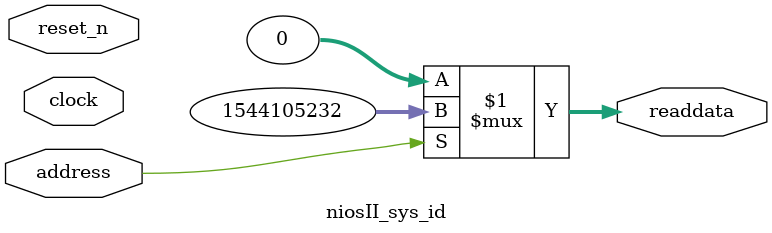
<source format=v>



// synthesis translate_off
`timescale 1ns / 1ps
// synthesis translate_on

// turn off superfluous verilog processor warnings 
// altera message_level Level1 
// altera message_off 10034 10035 10036 10037 10230 10240 10030 

module niosII_sys_id (
               // inputs:
                address,
                clock,
                reset_n,

               // outputs:
                readdata
             )
;

  output  [ 31: 0] readdata;
  input            address;
  input            clock;
  input            reset_n;

  wire    [ 31: 0] readdata;
  //control_slave, which is an e_avalon_slave
  assign readdata = address ? 1544105232 : 0;

endmodule



</source>
